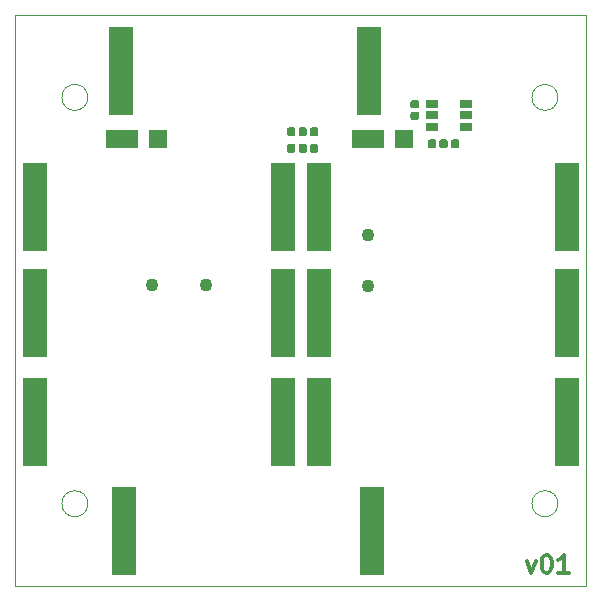
<source format=gbr>
%TF.GenerationSoftware,KiCad,Pcbnew,(5.1.4)-1*%
%TF.CreationDate,2019-12-19T17:33:09-07:00*%
%TF.ProjectId,SolarCellX_v3,536f6c61-7243-4656-9c6c-585f76332e6b,rev?*%
%TF.SameCoordinates,Original*%
%TF.FileFunction,Soldermask,Top*%
%TF.FilePolarity,Negative*%
%FSLAX46Y46*%
G04 Gerber Fmt 4.6, Leading zero omitted, Abs format (unit mm)*
G04 Created by KiCad (PCBNEW (5.1.4)-1) date 2019-12-19 17:33:09*
%MOMM*%
%LPD*%
G04 APERTURE LIST*
%ADD10C,0.300000*%
%ADD11C,0.050000*%
%ADD12R,2.101600X7.501600*%
%ADD13C,1.101600*%
%ADD14R,1.101600X0.801600*%
%ADD15C,0.100000*%
%ADD16C,0.691600*%
%ADD17R,2.801600X1.501600*%
%ADD18R,1.501600X1.501600*%
G04 APERTURE END LIST*
D10*
X133405785Y-86229071D02*
X133762928Y-87229071D01*
X134120071Y-86229071D01*
X134977214Y-85729071D02*
X135120071Y-85729071D01*
X135262928Y-85800500D01*
X135334357Y-85871928D01*
X135405785Y-86014785D01*
X135477214Y-86300500D01*
X135477214Y-86657642D01*
X135405785Y-86943357D01*
X135334357Y-87086214D01*
X135262928Y-87157642D01*
X135120071Y-87229071D01*
X134977214Y-87229071D01*
X134834357Y-87157642D01*
X134762928Y-87086214D01*
X134691500Y-86943357D01*
X134620071Y-86657642D01*
X134620071Y-86300500D01*
X134691500Y-86014785D01*
X134762928Y-85871928D01*
X134834357Y-85800500D01*
X134977214Y-85729071D01*
X136905785Y-87229071D02*
X136048642Y-87229071D01*
X136477214Y-87229071D02*
X136477214Y-85729071D01*
X136334357Y-85943357D01*
X136191500Y-86086214D01*
X136048642Y-86157642D01*
D11*
X96200000Y-47000000D02*
G75*
G03X96200000Y-47000000I-1100000J0D01*
G01*
X96200000Y-81400000D02*
G75*
G03X96200000Y-81400000I-1100000J0D01*
G01*
X136000000Y-81400000D02*
G75*
G03X136000000Y-81400000I-1100000J0D01*
G01*
X136000000Y-47000000D02*
G75*
G03X136000000Y-47000000I-1100000J0D01*
G01*
X90000000Y-88400000D02*
X138400000Y-88400000D01*
X90000000Y-88400000D02*
X90000000Y-40000000D01*
X138400000Y-40000000D02*
X138400000Y-88400000D01*
X90000000Y-40000000D02*
X138400000Y-40000000D01*
D12*
X120250000Y-83750000D03*
X99250000Y-83750000D03*
X136750000Y-74500000D03*
X115750000Y-74500000D03*
X136750000Y-65250000D03*
X115750000Y-65250000D03*
X136750000Y-56250000D03*
X115750000Y-56250000D03*
X120000000Y-44750000D03*
X99000000Y-44750000D03*
X112750000Y-56250000D03*
X91750000Y-56250000D03*
X112750000Y-65250000D03*
X91750000Y-65250000D03*
X112750000Y-74500000D03*
X91750000Y-74500000D03*
D13*
X101600000Y-62865000D03*
X106172000Y-62865000D03*
X119888000Y-58674000D03*
X119888000Y-62992000D03*
D14*
X128259500Y-47564000D03*
X128259500Y-48514000D03*
X128259500Y-49464000D03*
X125359500Y-49464000D03*
X125359500Y-48514000D03*
X125359500Y-47564000D03*
D15*
G36*
X114576347Y-49541033D02*
G01*
X114593131Y-49543522D01*
X114609590Y-49547645D01*
X114625566Y-49553361D01*
X114640904Y-49560616D01*
X114655458Y-49569339D01*
X114669087Y-49579446D01*
X114681659Y-49590841D01*
X114693054Y-49603413D01*
X114703161Y-49617042D01*
X114711884Y-49631596D01*
X114719139Y-49646934D01*
X114724855Y-49662910D01*
X114728978Y-49679369D01*
X114731467Y-49696153D01*
X114732300Y-49713100D01*
X114732300Y-50108900D01*
X114731467Y-50125847D01*
X114728978Y-50142631D01*
X114724855Y-50159090D01*
X114719139Y-50175066D01*
X114711884Y-50190404D01*
X114703161Y-50204958D01*
X114693054Y-50218587D01*
X114681659Y-50231159D01*
X114669087Y-50242554D01*
X114655458Y-50252661D01*
X114640904Y-50261384D01*
X114625566Y-50268639D01*
X114609590Y-50274355D01*
X114593131Y-50278478D01*
X114576347Y-50280967D01*
X114559400Y-50281800D01*
X114213600Y-50281800D01*
X114196653Y-50280967D01*
X114179869Y-50278478D01*
X114163410Y-50274355D01*
X114147434Y-50268639D01*
X114132096Y-50261384D01*
X114117542Y-50252661D01*
X114103913Y-50242554D01*
X114091341Y-50231159D01*
X114079946Y-50218587D01*
X114069839Y-50204958D01*
X114061116Y-50190404D01*
X114053861Y-50175066D01*
X114048145Y-50159090D01*
X114044022Y-50142631D01*
X114041533Y-50125847D01*
X114040700Y-50108900D01*
X114040700Y-49713100D01*
X114041533Y-49696153D01*
X114044022Y-49679369D01*
X114048145Y-49662910D01*
X114053861Y-49646934D01*
X114061116Y-49631596D01*
X114069839Y-49617042D01*
X114079946Y-49603413D01*
X114091341Y-49590841D01*
X114103913Y-49579446D01*
X114117542Y-49569339D01*
X114132096Y-49560616D01*
X114147434Y-49553361D01*
X114163410Y-49547645D01*
X114179869Y-49543522D01*
X114196653Y-49541033D01*
X114213600Y-49540200D01*
X114559400Y-49540200D01*
X114576347Y-49541033D01*
X114576347Y-49541033D01*
G37*
D16*
X114386500Y-49911000D03*
D15*
G36*
X115546347Y-49541033D02*
G01*
X115563131Y-49543522D01*
X115579590Y-49547645D01*
X115595566Y-49553361D01*
X115610904Y-49560616D01*
X115625458Y-49569339D01*
X115639087Y-49579446D01*
X115651659Y-49590841D01*
X115663054Y-49603413D01*
X115673161Y-49617042D01*
X115681884Y-49631596D01*
X115689139Y-49646934D01*
X115694855Y-49662910D01*
X115698978Y-49679369D01*
X115701467Y-49696153D01*
X115702300Y-49713100D01*
X115702300Y-50108900D01*
X115701467Y-50125847D01*
X115698978Y-50142631D01*
X115694855Y-50159090D01*
X115689139Y-50175066D01*
X115681884Y-50190404D01*
X115673161Y-50204958D01*
X115663054Y-50218587D01*
X115651659Y-50231159D01*
X115639087Y-50242554D01*
X115625458Y-50252661D01*
X115610904Y-50261384D01*
X115595566Y-50268639D01*
X115579590Y-50274355D01*
X115563131Y-50278478D01*
X115546347Y-50280967D01*
X115529400Y-50281800D01*
X115183600Y-50281800D01*
X115166653Y-50280967D01*
X115149869Y-50278478D01*
X115133410Y-50274355D01*
X115117434Y-50268639D01*
X115102096Y-50261384D01*
X115087542Y-50252661D01*
X115073913Y-50242554D01*
X115061341Y-50231159D01*
X115049946Y-50218587D01*
X115039839Y-50204958D01*
X115031116Y-50190404D01*
X115023861Y-50175066D01*
X115018145Y-50159090D01*
X115014022Y-50142631D01*
X115011533Y-50125847D01*
X115010700Y-50108900D01*
X115010700Y-49713100D01*
X115011533Y-49696153D01*
X115014022Y-49679369D01*
X115018145Y-49662910D01*
X115023861Y-49646934D01*
X115031116Y-49631596D01*
X115039839Y-49617042D01*
X115049946Y-49603413D01*
X115061341Y-49590841D01*
X115073913Y-49579446D01*
X115087542Y-49569339D01*
X115102096Y-49560616D01*
X115117434Y-49553361D01*
X115133410Y-49547645D01*
X115149869Y-49543522D01*
X115166653Y-49541033D01*
X115183600Y-49540200D01*
X115529400Y-49540200D01*
X115546347Y-49541033D01*
X115546347Y-49541033D01*
G37*
D16*
X115356500Y-49911000D03*
D15*
G36*
X113606067Y-49541033D02*
G01*
X113622851Y-49543522D01*
X113639310Y-49547645D01*
X113655286Y-49553361D01*
X113670624Y-49560616D01*
X113685178Y-49569339D01*
X113698807Y-49579446D01*
X113711379Y-49590841D01*
X113722774Y-49603413D01*
X113732881Y-49617042D01*
X113741604Y-49631596D01*
X113748859Y-49646934D01*
X113754575Y-49662910D01*
X113758698Y-49679369D01*
X113761187Y-49696153D01*
X113762020Y-49713100D01*
X113762020Y-50108900D01*
X113761187Y-50125847D01*
X113758698Y-50142631D01*
X113754575Y-50159090D01*
X113748859Y-50175066D01*
X113741604Y-50190404D01*
X113732881Y-50204958D01*
X113722774Y-50218587D01*
X113711379Y-50231159D01*
X113698807Y-50242554D01*
X113685178Y-50252661D01*
X113670624Y-50261384D01*
X113655286Y-50268639D01*
X113639310Y-50274355D01*
X113622851Y-50278478D01*
X113606067Y-50280967D01*
X113589120Y-50281800D01*
X113243320Y-50281800D01*
X113226373Y-50280967D01*
X113209589Y-50278478D01*
X113193130Y-50274355D01*
X113177154Y-50268639D01*
X113161816Y-50261384D01*
X113147262Y-50252661D01*
X113133633Y-50242554D01*
X113121061Y-50231159D01*
X113109666Y-50218587D01*
X113099559Y-50204958D01*
X113090836Y-50190404D01*
X113083581Y-50175066D01*
X113077865Y-50159090D01*
X113073742Y-50142631D01*
X113071253Y-50125847D01*
X113070420Y-50108900D01*
X113070420Y-49713100D01*
X113071253Y-49696153D01*
X113073742Y-49679369D01*
X113077865Y-49662910D01*
X113083581Y-49646934D01*
X113090836Y-49631596D01*
X113099559Y-49617042D01*
X113109666Y-49603413D01*
X113121061Y-49590841D01*
X113133633Y-49579446D01*
X113147262Y-49569339D01*
X113161816Y-49560616D01*
X113177154Y-49553361D01*
X113193130Y-49547645D01*
X113209589Y-49543522D01*
X113226373Y-49541033D01*
X113243320Y-49540200D01*
X113589120Y-49540200D01*
X113606067Y-49541033D01*
X113606067Y-49541033D01*
G37*
D16*
X113416220Y-49911000D03*
D15*
G36*
X114576067Y-49541033D02*
G01*
X114592851Y-49543522D01*
X114609310Y-49547645D01*
X114625286Y-49553361D01*
X114640624Y-49560616D01*
X114655178Y-49569339D01*
X114668807Y-49579446D01*
X114681379Y-49590841D01*
X114692774Y-49603413D01*
X114702881Y-49617042D01*
X114711604Y-49631596D01*
X114718859Y-49646934D01*
X114724575Y-49662910D01*
X114728698Y-49679369D01*
X114731187Y-49696153D01*
X114732020Y-49713100D01*
X114732020Y-50108900D01*
X114731187Y-50125847D01*
X114728698Y-50142631D01*
X114724575Y-50159090D01*
X114718859Y-50175066D01*
X114711604Y-50190404D01*
X114702881Y-50204958D01*
X114692774Y-50218587D01*
X114681379Y-50231159D01*
X114668807Y-50242554D01*
X114655178Y-50252661D01*
X114640624Y-50261384D01*
X114625286Y-50268639D01*
X114609310Y-50274355D01*
X114592851Y-50278478D01*
X114576067Y-50280967D01*
X114559120Y-50281800D01*
X114213320Y-50281800D01*
X114196373Y-50280967D01*
X114179589Y-50278478D01*
X114163130Y-50274355D01*
X114147154Y-50268639D01*
X114131816Y-50261384D01*
X114117262Y-50252661D01*
X114103633Y-50242554D01*
X114091061Y-50231159D01*
X114079666Y-50218587D01*
X114069559Y-50204958D01*
X114060836Y-50190404D01*
X114053581Y-50175066D01*
X114047865Y-50159090D01*
X114043742Y-50142631D01*
X114041253Y-50125847D01*
X114040420Y-50108900D01*
X114040420Y-49713100D01*
X114041253Y-49696153D01*
X114043742Y-49679369D01*
X114047865Y-49662910D01*
X114053581Y-49646934D01*
X114060836Y-49631596D01*
X114069559Y-49617042D01*
X114079666Y-49603413D01*
X114091061Y-49590841D01*
X114103633Y-49579446D01*
X114117262Y-49569339D01*
X114131816Y-49560616D01*
X114147154Y-49553361D01*
X114163130Y-49547645D01*
X114179589Y-49543522D01*
X114196373Y-49541033D01*
X114213320Y-49540200D01*
X114559120Y-49540200D01*
X114576067Y-49541033D01*
X114576067Y-49541033D01*
G37*
D16*
X114386220Y-49911000D03*
D15*
G36*
X114576347Y-50938033D02*
G01*
X114593131Y-50940522D01*
X114609590Y-50944645D01*
X114625566Y-50950361D01*
X114640904Y-50957616D01*
X114655458Y-50966339D01*
X114669087Y-50976446D01*
X114681659Y-50987841D01*
X114693054Y-51000413D01*
X114703161Y-51014042D01*
X114711884Y-51028596D01*
X114719139Y-51043934D01*
X114724855Y-51059910D01*
X114728978Y-51076369D01*
X114731467Y-51093153D01*
X114732300Y-51110100D01*
X114732300Y-51505900D01*
X114731467Y-51522847D01*
X114728978Y-51539631D01*
X114724855Y-51556090D01*
X114719139Y-51572066D01*
X114711884Y-51587404D01*
X114703161Y-51601958D01*
X114693054Y-51615587D01*
X114681659Y-51628159D01*
X114669087Y-51639554D01*
X114655458Y-51649661D01*
X114640904Y-51658384D01*
X114625566Y-51665639D01*
X114609590Y-51671355D01*
X114593131Y-51675478D01*
X114576347Y-51677967D01*
X114559400Y-51678800D01*
X114213600Y-51678800D01*
X114196653Y-51677967D01*
X114179869Y-51675478D01*
X114163410Y-51671355D01*
X114147434Y-51665639D01*
X114132096Y-51658384D01*
X114117542Y-51649661D01*
X114103913Y-51639554D01*
X114091341Y-51628159D01*
X114079946Y-51615587D01*
X114069839Y-51601958D01*
X114061116Y-51587404D01*
X114053861Y-51572066D01*
X114048145Y-51556090D01*
X114044022Y-51539631D01*
X114041533Y-51522847D01*
X114040700Y-51505900D01*
X114040700Y-51110100D01*
X114041533Y-51093153D01*
X114044022Y-51076369D01*
X114048145Y-51059910D01*
X114053861Y-51043934D01*
X114061116Y-51028596D01*
X114069839Y-51014042D01*
X114079946Y-51000413D01*
X114091341Y-50987841D01*
X114103913Y-50976446D01*
X114117542Y-50966339D01*
X114132096Y-50957616D01*
X114147434Y-50950361D01*
X114163410Y-50944645D01*
X114179869Y-50940522D01*
X114196653Y-50938033D01*
X114213600Y-50937200D01*
X114559400Y-50937200D01*
X114576347Y-50938033D01*
X114576347Y-50938033D01*
G37*
D16*
X114386500Y-51308000D03*
D15*
G36*
X115546347Y-50938033D02*
G01*
X115563131Y-50940522D01*
X115579590Y-50944645D01*
X115595566Y-50950361D01*
X115610904Y-50957616D01*
X115625458Y-50966339D01*
X115639087Y-50976446D01*
X115651659Y-50987841D01*
X115663054Y-51000413D01*
X115673161Y-51014042D01*
X115681884Y-51028596D01*
X115689139Y-51043934D01*
X115694855Y-51059910D01*
X115698978Y-51076369D01*
X115701467Y-51093153D01*
X115702300Y-51110100D01*
X115702300Y-51505900D01*
X115701467Y-51522847D01*
X115698978Y-51539631D01*
X115694855Y-51556090D01*
X115689139Y-51572066D01*
X115681884Y-51587404D01*
X115673161Y-51601958D01*
X115663054Y-51615587D01*
X115651659Y-51628159D01*
X115639087Y-51639554D01*
X115625458Y-51649661D01*
X115610904Y-51658384D01*
X115595566Y-51665639D01*
X115579590Y-51671355D01*
X115563131Y-51675478D01*
X115546347Y-51677967D01*
X115529400Y-51678800D01*
X115183600Y-51678800D01*
X115166653Y-51677967D01*
X115149869Y-51675478D01*
X115133410Y-51671355D01*
X115117434Y-51665639D01*
X115102096Y-51658384D01*
X115087542Y-51649661D01*
X115073913Y-51639554D01*
X115061341Y-51628159D01*
X115049946Y-51615587D01*
X115039839Y-51601958D01*
X115031116Y-51587404D01*
X115023861Y-51572066D01*
X115018145Y-51556090D01*
X115014022Y-51539631D01*
X115011533Y-51522847D01*
X115010700Y-51505900D01*
X115010700Y-51110100D01*
X115011533Y-51093153D01*
X115014022Y-51076369D01*
X115018145Y-51059910D01*
X115023861Y-51043934D01*
X115031116Y-51028596D01*
X115039839Y-51014042D01*
X115049946Y-51000413D01*
X115061341Y-50987841D01*
X115073913Y-50976446D01*
X115087542Y-50966339D01*
X115102096Y-50957616D01*
X115117434Y-50950361D01*
X115133410Y-50944645D01*
X115149869Y-50940522D01*
X115166653Y-50938033D01*
X115183600Y-50937200D01*
X115529400Y-50937200D01*
X115546347Y-50938033D01*
X115546347Y-50938033D01*
G37*
D16*
X115356500Y-51308000D03*
D15*
G36*
X113606067Y-50938033D02*
G01*
X113622851Y-50940522D01*
X113639310Y-50944645D01*
X113655286Y-50950361D01*
X113670624Y-50957616D01*
X113685178Y-50966339D01*
X113698807Y-50976446D01*
X113711379Y-50987841D01*
X113722774Y-51000413D01*
X113732881Y-51014042D01*
X113741604Y-51028596D01*
X113748859Y-51043934D01*
X113754575Y-51059910D01*
X113758698Y-51076369D01*
X113761187Y-51093153D01*
X113762020Y-51110100D01*
X113762020Y-51505900D01*
X113761187Y-51522847D01*
X113758698Y-51539631D01*
X113754575Y-51556090D01*
X113748859Y-51572066D01*
X113741604Y-51587404D01*
X113732881Y-51601958D01*
X113722774Y-51615587D01*
X113711379Y-51628159D01*
X113698807Y-51639554D01*
X113685178Y-51649661D01*
X113670624Y-51658384D01*
X113655286Y-51665639D01*
X113639310Y-51671355D01*
X113622851Y-51675478D01*
X113606067Y-51677967D01*
X113589120Y-51678800D01*
X113243320Y-51678800D01*
X113226373Y-51677967D01*
X113209589Y-51675478D01*
X113193130Y-51671355D01*
X113177154Y-51665639D01*
X113161816Y-51658384D01*
X113147262Y-51649661D01*
X113133633Y-51639554D01*
X113121061Y-51628159D01*
X113109666Y-51615587D01*
X113099559Y-51601958D01*
X113090836Y-51587404D01*
X113083581Y-51572066D01*
X113077865Y-51556090D01*
X113073742Y-51539631D01*
X113071253Y-51522847D01*
X113070420Y-51505900D01*
X113070420Y-51110100D01*
X113071253Y-51093153D01*
X113073742Y-51076369D01*
X113077865Y-51059910D01*
X113083581Y-51043934D01*
X113090836Y-51028596D01*
X113099559Y-51014042D01*
X113109666Y-51000413D01*
X113121061Y-50987841D01*
X113133633Y-50976446D01*
X113147262Y-50966339D01*
X113161816Y-50957616D01*
X113177154Y-50950361D01*
X113193130Y-50944645D01*
X113209589Y-50940522D01*
X113226373Y-50938033D01*
X113243320Y-50937200D01*
X113589120Y-50937200D01*
X113606067Y-50938033D01*
X113606067Y-50938033D01*
G37*
D16*
X113416220Y-51308000D03*
D15*
G36*
X114576067Y-50938033D02*
G01*
X114592851Y-50940522D01*
X114609310Y-50944645D01*
X114625286Y-50950361D01*
X114640624Y-50957616D01*
X114655178Y-50966339D01*
X114668807Y-50976446D01*
X114681379Y-50987841D01*
X114692774Y-51000413D01*
X114702881Y-51014042D01*
X114711604Y-51028596D01*
X114718859Y-51043934D01*
X114724575Y-51059910D01*
X114728698Y-51076369D01*
X114731187Y-51093153D01*
X114732020Y-51110100D01*
X114732020Y-51505900D01*
X114731187Y-51522847D01*
X114728698Y-51539631D01*
X114724575Y-51556090D01*
X114718859Y-51572066D01*
X114711604Y-51587404D01*
X114702881Y-51601958D01*
X114692774Y-51615587D01*
X114681379Y-51628159D01*
X114668807Y-51639554D01*
X114655178Y-51649661D01*
X114640624Y-51658384D01*
X114625286Y-51665639D01*
X114609310Y-51671355D01*
X114592851Y-51675478D01*
X114576067Y-51677967D01*
X114559120Y-51678800D01*
X114213320Y-51678800D01*
X114196373Y-51677967D01*
X114179589Y-51675478D01*
X114163130Y-51671355D01*
X114147154Y-51665639D01*
X114131816Y-51658384D01*
X114117262Y-51649661D01*
X114103633Y-51639554D01*
X114091061Y-51628159D01*
X114079666Y-51615587D01*
X114069559Y-51601958D01*
X114060836Y-51587404D01*
X114053581Y-51572066D01*
X114047865Y-51556090D01*
X114043742Y-51539631D01*
X114041253Y-51522847D01*
X114040420Y-51505900D01*
X114040420Y-51110100D01*
X114041253Y-51093153D01*
X114043742Y-51076369D01*
X114047865Y-51059910D01*
X114053581Y-51043934D01*
X114060836Y-51028596D01*
X114069559Y-51014042D01*
X114079666Y-51000413D01*
X114091061Y-50987841D01*
X114103633Y-50976446D01*
X114117262Y-50966339D01*
X114131816Y-50957616D01*
X114147154Y-50950361D01*
X114163130Y-50944645D01*
X114179589Y-50940522D01*
X114196373Y-50938033D01*
X114213320Y-50937200D01*
X114559120Y-50937200D01*
X114576067Y-50938033D01*
X114576067Y-50938033D01*
G37*
D16*
X114386220Y-51308000D03*
D15*
G36*
X126508847Y-50557033D02*
G01*
X126525631Y-50559522D01*
X126542090Y-50563645D01*
X126558066Y-50569361D01*
X126573404Y-50576616D01*
X126587958Y-50585339D01*
X126601587Y-50595446D01*
X126614159Y-50606841D01*
X126625554Y-50619413D01*
X126635661Y-50633042D01*
X126644384Y-50647596D01*
X126651639Y-50662934D01*
X126657355Y-50678910D01*
X126661478Y-50695369D01*
X126663967Y-50712153D01*
X126664800Y-50729100D01*
X126664800Y-51124900D01*
X126663967Y-51141847D01*
X126661478Y-51158631D01*
X126657355Y-51175090D01*
X126651639Y-51191066D01*
X126644384Y-51206404D01*
X126635661Y-51220958D01*
X126625554Y-51234587D01*
X126614159Y-51247159D01*
X126601587Y-51258554D01*
X126587958Y-51268661D01*
X126573404Y-51277384D01*
X126558066Y-51284639D01*
X126542090Y-51290355D01*
X126525631Y-51294478D01*
X126508847Y-51296967D01*
X126491900Y-51297800D01*
X126146100Y-51297800D01*
X126129153Y-51296967D01*
X126112369Y-51294478D01*
X126095910Y-51290355D01*
X126079934Y-51284639D01*
X126064596Y-51277384D01*
X126050042Y-51268661D01*
X126036413Y-51258554D01*
X126023841Y-51247159D01*
X126012446Y-51234587D01*
X126002339Y-51220958D01*
X125993616Y-51206404D01*
X125986361Y-51191066D01*
X125980645Y-51175090D01*
X125976522Y-51158631D01*
X125974033Y-51141847D01*
X125973200Y-51124900D01*
X125973200Y-50729100D01*
X125974033Y-50712153D01*
X125976522Y-50695369D01*
X125980645Y-50678910D01*
X125986361Y-50662934D01*
X125993616Y-50647596D01*
X126002339Y-50633042D01*
X126012446Y-50619413D01*
X126023841Y-50606841D01*
X126036413Y-50595446D01*
X126050042Y-50585339D01*
X126064596Y-50576616D01*
X126079934Y-50569361D01*
X126095910Y-50563645D01*
X126112369Y-50559522D01*
X126129153Y-50557033D01*
X126146100Y-50556200D01*
X126491900Y-50556200D01*
X126508847Y-50557033D01*
X126508847Y-50557033D01*
G37*
D16*
X126319000Y-50927000D03*
D15*
G36*
X125538847Y-50557033D02*
G01*
X125555631Y-50559522D01*
X125572090Y-50563645D01*
X125588066Y-50569361D01*
X125603404Y-50576616D01*
X125617958Y-50585339D01*
X125631587Y-50595446D01*
X125644159Y-50606841D01*
X125655554Y-50619413D01*
X125665661Y-50633042D01*
X125674384Y-50647596D01*
X125681639Y-50662934D01*
X125687355Y-50678910D01*
X125691478Y-50695369D01*
X125693967Y-50712153D01*
X125694800Y-50729100D01*
X125694800Y-51124900D01*
X125693967Y-51141847D01*
X125691478Y-51158631D01*
X125687355Y-51175090D01*
X125681639Y-51191066D01*
X125674384Y-51206404D01*
X125665661Y-51220958D01*
X125655554Y-51234587D01*
X125644159Y-51247159D01*
X125631587Y-51258554D01*
X125617958Y-51268661D01*
X125603404Y-51277384D01*
X125588066Y-51284639D01*
X125572090Y-51290355D01*
X125555631Y-51294478D01*
X125538847Y-51296967D01*
X125521900Y-51297800D01*
X125176100Y-51297800D01*
X125159153Y-51296967D01*
X125142369Y-51294478D01*
X125125910Y-51290355D01*
X125109934Y-51284639D01*
X125094596Y-51277384D01*
X125080042Y-51268661D01*
X125066413Y-51258554D01*
X125053841Y-51247159D01*
X125042446Y-51234587D01*
X125032339Y-51220958D01*
X125023616Y-51206404D01*
X125016361Y-51191066D01*
X125010645Y-51175090D01*
X125006522Y-51158631D01*
X125004033Y-51141847D01*
X125003200Y-51124900D01*
X125003200Y-50729100D01*
X125004033Y-50712153D01*
X125006522Y-50695369D01*
X125010645Y-50678910D01*
X125016361Y-50662934D01*
X125023616Y-50647596D01*
X125032339Y-50633042D01*
X125042446Y-50619413D01*
X125053841Y-50606841D01*
X125066413Y-50595446D01*
X125080042Y-50585339D01*
X125094596Y-50576616D01*
X125109934Y-50569361D01*
X125125910Y-50563645D01*
X125142369Y-50559522D01*
X125159153Y-50557033D01*
X125176100Y-50556200D01*
X125521900Y-50556200D01*
X125538847Y-50557033D01*
X125538847Y-50557033D01*
G37*
D16*
X125349000Y-50927000D03*
D15*
G36*
X127484347Y-50557033D02*
G01*
X127501131Y-50559522D01*
X127517590Y-50563645D01*
X127533566Y-50569361D01*
X127548904Y-50576616D01*
X127563458Y-50585339D01*
X127577087Y-50595446D01*
X127589659Y-50606841D01*
X127601054Y-50619413D01*
X127611161Y-50633042D01*
X127619884Y-50647596D01*
X127627139Y-50662934D01*
X127632855Y-50678910D01*
X127636978Y-50695369D01*
X127639467Y-50712153D01*
X127640300Y-50729100D01*
X127640300Y-51124900D01*
X127639467Y-51141847D01*
X127636978Y-51158631D01*
X127632855Y-51175090D01*
X127627139Y-51191066D01*
X127619884Y-51206404D01*
X127611161Y-51220958D01*
X127601054Y-51234587D01*
X127589659Y-51247159D01*
X127577087Y-51258554D01*
X127563458Y-51268661D01*
X127548904Y-51277384D01*
X127533566Y-51284639D01*
X127517590Y-51290355D01*
X127501131Y-51294478D01*
X127484347Y-51296967D01*
X127467400Y-51297800D01*
X127121600Y-51297800D01*
X127104653Y-51296967D01*
X127087869Y-51294478D01*
X127071410Y-51290355D01*
X127055434Y-51284639D01*
X127040096Y-51277384D01*
X127025542Y-51268661D01*
X127011913Y-51258554D01*
X126999341Y-51247159D01*
X126987946Y-51234587D01*
X126977839Y-51220958D01*
X126969116Y-51206404D01*
X126961861Y-51191066D01*
X126956145Y-51175090D01*
X126952022Y-51158631D01*
X126949533Y-51141847D01*
X126948700Y-51124900D01*
X126948700Y-50729100D01*
X126949533Y-50712153D01*
X126952022Y-50695369D01*
X126956145Y-50678910D01*
X126961861Y-50662934D01*
X126969116Y-50647596D01*
X126977839Y-50633042D01*
X126987946Y-50619413D01*
X126999341Y-50606841D01*
X127011913Y-50595446D01*
X127025542Y-50585339D01*
X127040096Y-50576616D01*
X127055434Y-50569361D01*
X127071410Y-50563645D01*
X127087869Y-50559522D01*
X127104653Y-50557033D01*
X127121600Y-50556200D01*
X127467400Y-50556200D01*
X127484347Y-50557033D01*
X127484347Y-50557033D01*
G37*
D16*
X127294500Y-50927000D03*
D15*
G36*
X126514347Y-50557033D02*
G01*
X126531131Y-50559522D01*
X126547590Y-50563645D01*
X126563566Y-50569361D01*
X126578904Y-50576616D01*
X126593458Y-50585339D01*
X126607087Y-50595446D01*
X126619659Y-50606841D01*
X126631054Y-50619413D01*
X126641161Y-50633042D01*
X126649884Y-50647596D01*
X126657139Y-50662934D01*
X126662855Y-50678910D01*
X126666978Y-50695369D01*
X126669467Y-50712153D01*
X126670300Y-50729100D01*
X126670300Y-51124900D01*
X126669467Y-51141847D01*
X126666978Y-51158631D01*
X126662855Y-51175090D01*
X126657139Y-51191066D01*
X126649884Y-51206404D01*
X126641161Y-51220958D01*
X126631054Y-51234587D01*
X126619659Y-51247159D01*
X126607087Y-51258554D01*
X126593458Y-51268661D01*
X126578904Y-51277384D01*
X126563566Y-51284639D01*
X126547590Y-51290355D01*
X126531131Y-51294478D01*
X126514347Y-51296967D01*
X126497400Y-51297800D01*
X126151600Y-51297800D01*
X126134653Y-51296967D01*
X126117869Y-51294478D01*
X126101410Y-51290355D01*
X126085434Y-51284639D01*
X126070096Y-51277384D01*
X126055542Y-51268661D01*
X126041913Y-51258554D01*
X126029341Y-51247159D01*
X126017946Y-51234587D01*
X126007839Y-51220958D01*
X125999116Y-51206404D01*
X125991861Y-51191066D01*
X125986145Y-51175090D01*
X125982022Y-51158631D01*
X125979533Y-51141847D01*
X125978700Y-51124900D01*
X125978700Y-50729100D01*
X125979533Y-50712153D01*
X125982022Y-50695369D01*
X125986145Y-50678910D01*
X125991861Y-50662934D01*
X125999116Y-50647596D01*
X126007839Y-50633042D01*
X126017946Y-50619413D01*
X126029341Y-50606841D01*
X126041913Y-50595446D01*
X126055542Y-50585339D01*
X126070096Y-50576616D01*
X126085434Y-50569361D01*
X126101410Y-50563645D01*
X126117869Y-50559522D01*
X126134653Y-50557033D01*
X126151600Y-50556200D01*
X126497400Y-50556200D01*
X126514347Y-50557033D01*
X126514347Y-50557033D01*
G37*
D16*
X126324500Y-50927000D03*
D15*
G36*
X124103347Y-47239533D02*
G01*
X124120131Y-47242022D01*
X124136590Y-47246145D01*
X124152566Y-47251861D01*
X124167904Y-47259116D01*
X124182458Y-47267839D01*
X124196087Y-47277946D01*
X124208659Y-47289341D01*
X124220054Y-47301913D01*
X124230161Y-47315542D01*
X124238884Y-47330096D01*
X124246139Y-47345434D01*
X124251855Y-47361410D01*
X124255978Y-47377869D01*
X124258467Y-47394653D01*
X124259300Y-47411600D01*
X124259300Y-47757400D01*
X124258467Y-47774347D01*
X124255978Y-47791131D01*
X124251855Y-47807590D01*
X124246139Y-47823566D01*
X124238884Y-47838904D01*
X124230161Y-47853458D01*
X124220054Y-47867087D01*
X124208659Y-47879659D01*
X124196087Y-47891054D01*
X124182458Y-47901161D01*
X124167904Y-47909884D01*
X124152566Y-47917139D01*
X124136590Y-47922855D01*
X124120131Y-47926978D01*
X124103347Y-47929467D01*
X124086400Y-47930300D01*
X123690600Y-47930300D01*
X123673653Y-47929467D01*
X123656869Y-47926978D01*
X123640410Y-47922855D01*
X123624434Y-47917139D01*
X123609096Y-47909884D01*
X123594542Y-47901161D01*
X123580913Y-47891054D01*
X123568341Y-47879659D01*
X123556946Y-47867087D01*
X123546839Y-47853458D01*
X123538116Y-47838904D01*
X123530861Y-47823566D01*
X123525145Y-47807590D01*
X123521022Y-47791131D01*
X123518533Y-47774347D01*
X123517700Y-47757400D01*
X123517700Y-47411600D01*
X123518533Y-47394653D01*
X123521022Y-47377869D01*
X123525145Y-47361410D01*
X123530861Y-47345434D01*
X123538116Y-47330096D01*
X123546839Y-47315542D01*
X123556946Y-47301913D01*
X123568341Y-47289341D01*
X123580913Y-47277946D01*
X123594542Y-47267839D01*
X123609096Y-47259116D01*
X123624434Y-47251861D01*
X123640410Y-47246145D01*
X123656869Y-47242022D01*
X123673653Y-47239533D01*
X123690600Y-47238700D01*
X124086400Y-47238700D01*
X124103347Y-47239533D01*
X124103347Y-47239533D01*
G37*
D16*
X123888500Y-47584500D03*
D15*
G36*
X124103347Y-48209533D02*
G01*
X124120131Y-48212022D01*
X124136590Y-48216145D01*
X124152566Y-48221861D01*
X124167904Y-48229116D01*
X124182458Y-48237839D01*
X124196087Y-48247946D01*
X124208659Y-48259341D01*
X124220054Y-48271913D01*
X124230161Y-48285542D01*
X124238884Y-48300096D01*
X124246139Y-48315434D01*
X124251855Y-48331410D01*
X124255978Y-48347869D01*
X124258467Y-48364653D01*
X124259300Y-48381600D01*
X124259300Y-48727400D01*
X124258467Y-48744347D01*
X124255978Y-48761131D01*
X124251855Y-48777590D01*
X124246139Y-48793566D01*
X124238884Y-48808904D01*
X124230161Y-48823458D01*
X124220054Y-48837087D01*
X124208659Y-48849659D01*
X124196087Y-48861054D01*
X124182458Y-48871161D01*
X124167904Y-48879884D01*
X124152566Y-48887139D01*
X124136590Y-48892855D01*
X124120131Y-48896978D01*
X124103347Y-48899467D01*
X124086400Y-48900300D01*
X123690600Y-48900300D01*
X123673653Y-48899467D01*
X123656869Y-48896978D01*
X123640410Y-48892855D01*
X123624434Y-48887139D01*
X123609096Y-48879884D01*
X123594542Y-48871161D01*
X123580913Y-48861054D01*
X123568341Y-48849659D01*
X123556946Y-48837087D01*
X123546839Y-48823458D01*
X123538116Y-48808904D01*
X123530861Y-48793566D01*
X123525145Y-48777590D01*
X123521022Y-48761131D01*
X123518533Y-48744347D01*
X123517700Y-48727400D01*
X123517700Y-48381600D01*
X123518533Y-48364653D01*
X123521022Y-48347869D01*
X123525145Y-48331410D01*
X123530861Y-48315434D01*
X123538116Y-48300096D01*
X123546839Y-48285542D01*
X123556946Y-48271913D01*
X123568341Y-48259341D01*
X123580913Y-48247946D01*
X123594542Y-48237839D01*
X123609096Y-48229116D01*
X123624434Y-48221861D01*
X123640410Y-48216145D01*
X123656869Y-48212022D01*
X123673653Y-48209533D01*
X123690600Y-48208700D01*
X124086400Y-48208700D01*
X124103347Y-48209533D01*
X124103347Y-48209533D01*
G37*
D16*
X123888500Y-48554500D03*
D17*
X99066500Y-50500000D03*
D18*
X102116500Y-50500000D03*
X123008000Y-50500000D03*
D17*
X119958000Y-50500000D03*
M02*

</source>
